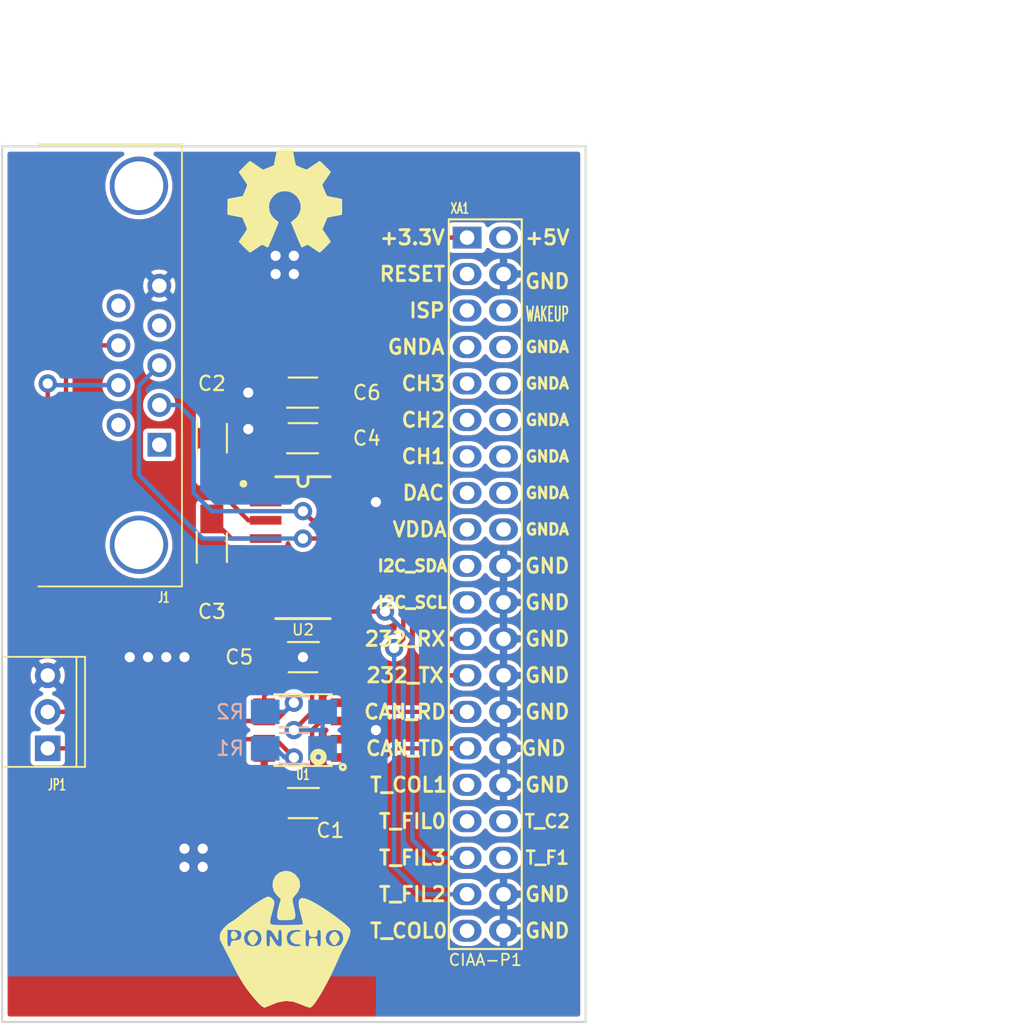
<source format=kicad_pcb>
(kicad_pcb (version 4) (host pcbnew 4.0.0-rc1-stable)
  (layers (0 F.Cu signal hide) (31 B.Cu signal hide) (34 B.Paste user) (35 F.Paste user) (36 B.SilkS user) (37 F.SilkS user) (38 B.Mask user) (39 F.Mask user) (44 Edge.Cuts user))
  (net 0 "")
  (net 1 GND)
  (net 2 "Net-(C1-Pad2)")
  (net 3 "Net-(C2-Pad1)")
  (net 4 "Net-(C2-Pad2)")
  (net 5 "Net-(C3-Pad1)")
  (net 6 "Net-(C3-Pad2)")
  (net 7 +3.3V)
  (net 8 "Net-(C5-Pad1)")
  (net 9 "Net-(C6-Pad1)")
  (net 10 "Net-(J1-Pad2)")
  (net 11 "Net-(J1-Pad3)")
  (net 12 "Net-(J1-Pad7)")
  (net 13 "Net-(J1-Pad8)")
  (net 14 "/Conector y CAN/CAN_P")
  (net 15 "/Conector y CAN/CAN_N")
  (net 16 "Net-(R1-Pad2)")
  (net 17 "/Conector y CAN/CAN_RX")
  (net 18 "/Conector y CAN/CAN_TX")
  (net 19 "/Conector y CAN/RTS")
  (net 20 "/Conector y CAN/CTS")
  (net 21 "/Conector y CAN/RXD")
  (net 22 "/Conector y CAN/TXD")
  (module ej2:C_1206_Handsoldering (layer F.Cu) (at 104.14 73.025 180)
    (fp_text reference C6 (at -4.445 0 180) (layer F.SilkS))
    (fp_text value 100nF)
    (fp_line (start 1 -1.05) (end 1.1 -1.05) (layer F.SilkS) (width 0.15))
    (fp_line (start 1.1 -1.05) (end -1.05 -1.05) (layer F.SilkS) (width 0.15))
    (fp_line (start -1 1.05) (end 1 1.05) (layer F.SilkS) (width 0.15))
    (pad 1 smd rect (at -2 0 180) (size 2 1.6) (layers F.Cu F.Paste F.Mask) (net 9 "Net-(C6-Pad1)"))
    (pad 2 smd rect (at 2 0 180) (size 2 1.6) (layers F.Cu F.Paste F.Mask) (net 1 GND))
  )
  (module ej2:C_1206_Handsoldering (layer F.Cu) (at 104.14 91.44)
    (fp_text reference C5 (at -4.445 0) (layer F.SilkS))
    (fp_text value 100nF)
    (fp_line (start 1 -1.05) (end 1.1 -1.05) (layer F.SilkS) (width 0.15))
    (fp_line (start 1.1 -1.05) (end -1.05 -1.05) (layer F.SilkS) (width 0.15))
    (fp_line (start -1 1.05) (end 1 1.05) (layer F.SilkS) (width 0.15))
    (pad 1 smd rect (at -2 0) (size 2 1.6) (layers F.Cu F.Paste F.Mask) (net 8 "Net-(C5-Pad1)"))
    (pad 2 smd rect (at 2 0) (size 2 1.6) (layers F.Cu F.Paste F.Mask) (net 1 GND))
  )
  (module ej2:C_1206_Handsoldering (layer F.Cu) (at 97.79 83.82 90)
    (fp_text reference C3 (at -4.445 0 360) (layer F.SilkS))
    (fp_text value 100nF)
    (fp_line (start 1 -1.05) (end 1.1 -1.05) (layer F.SilkS) (width 0.15))
    (fp_line (start 1.1 -1.05) (end -1.05 -1.05) (layer F.SilkS) (width 0.15))
    (fp_line (start -1 1.05) (end 1 1.05) (layer F.SilkS) (width 0.15))
    (pad 1 smd rect (at -2 0 90) (size 2 1.6) (layers F.Cu F.Paste F.Mask) (net 5 "Net-(C3-Pad1)"))
    (pad 2 smd rect (at 2 0 90) (size 2 1.6) (layers F.Cu F.Paste F.Mask) (net 6 "Net-(C3-Pad2)"))
  )
  (module ej2:C_1206_Handsoldering (layer F.Cu) (at 97.79 76.2 90)
    (fp_text reference C2 (at 3.81 0 360) (layer F.SilkS))
    (fp_text value 100nF)
    (fp_line (start 1 -1.05) (end 1.1 -1.05) (layer F.SilkS) (width 0.15))
    (fp_line (start 1.1 -1.05) (end -1.05 -1.05) (layer F.SilkS) (width 0.15))
    (fp_line (start -1 1.05) (end 1 1.05) (layer F.SilkS) (width 0.15))
    (pad 1 smd rect (at -2 0 90) (size 2 1.6) (layers F.Cu F.Paste F.Mask) (net 3 "Net-(C2-Pad1)"))
    (pad 2 smd rect (at 2 0 90) (size 2 1.6) (layers F.Cu F.Paste F.Mask) (net 4 "Net-(C2-Pad2)"))
  )
  (module ej2:C_1206_Handsoldering (layer F.Cu) (at 104.14 101.6)
    (fp_text reference C1 (at 1.905 1.905) (layer F.SilkS))
    (fp_text value 100nF)
    (fp_line (start 1 -1.05) (end 1.1 -1.05) (layer F.SilkS) (width 0.15))
    (fp_line (start 1.1 -1.05) (end -1.05 -1.05) (layer F.SilkS) (width 0.15))
    (fp_line (start -1 1.05) (end 1 1.05) (layer F.SilkS) (width 0.15))
    (pad 1 smd rect (at -2 0) (size 2 1.6) (layers F.Cu F.Paste F.Mask) (net 1 GND))
    (pad 2 smd rect (at 2 0) (size 2 1.6) (layers F.Cu F.Paste F.Mask) (net 2 "Net-(C1-Pad2)"))
  )
  (module ej2:Conn_Poncho_Derecha (layer F.Cu) (at 115.57 62.23)
    (fp_text reference XA1 (at -0.508 -2.032) (layer F.SilkS) (effects (font (size 0.7112 0.4572) (thickness 0.1143))))
    (fp_text value Conn_Poncho2P_2x_20x2 hide)
    (fp_text user GND (at 5.588 48.26) (layer F.SilkS) (effects (font (thickness 0.2))))
    (fp_text user GND (at 5.588 45.72) (layer F.SilkS) (effects (font (thickness 0.2))))
    (fp_text user T_F1 (at 5.588 43.18) (layer F.SilkS) (effects (font (size 0.9 0.9) (thickness 0.18))))
    (fp_text user T_C2 (at 5.588 40.64) (layer F.SilkS) (effects (font (size 0.9 0.9) (thickness 0.18))))
    (fp_text user GND (at 5.588 38.1) (layer F.SilkS) (effects (font (thickness 0.2))))
    (fp_text user GND (at 5.334 35.56) (layer F.SilkS) (effects (font (thickness 0.2))))
    (fp_text user GND (at 5.588 33.02) (layer F.SilkS) (effects (font (thickness 0.2))))
    (fp_text user GND (at 5.588 30.48) (layer F.SilkS) (effects (font (thickness 0.2))))
    (fp_text user GND (at 5.588 27.94) (layer F.SilkS) (effects (font (thickness 0.2))))
    (fp_text user GND (at 5.588 25.4) (layer F.SilkS) (effects (font (thickness 0.2))))
    (fp_text user GND (at 5.588 22.86) (layer F.SilkS) (effects (font (thickness 0.2))))
    (fp_text user GNDA (at 5.588 20.32) (layer F.SilkS) (effects (font (size 0.76 0.76) (thickness 0.19))))
    (fp_text user GNDA (at 5.588 17.78) (layer F.SilkS) (effects (font (size 0.76 0.76) (thickness 0.19))))
    (fp_text user GNDA (at 5.588 15.24) (layer F.SilkS) (effects (font (size 0.76 0.76) (thickness 0.19))))
    (fp_text user GNDA (at 5.588 12.7) (layer F.SilkS) (effects (font (size 0.76 0.76) (thickness 0.19))))
    (fp_text user GNDA (at 5.588 10.16) (layer F.SilkS) (effects (font (size 0.76 0.76) (thickness 0.19))))
    (fp_text user GNDA (at 5.588 7.62) (layer F.SilkS) (effects (font (size 0.76 0.76) (thickness 0.19))))
    (fp_text user WAKEUP (at 5.588 5.334) (layer F.SilkS) (effects (font (size 1 0.5) (thickness 0.125))))
    (fp_text user GND (at 5.588 3.048) (layer F.SilkS) (effects (font (thickness 0.2))))
    (fp_text user +5V (at 5.588 0) (layer F.SilkS) (effects (font (thickness 0.2))))
    (fp_text user T_COL0 (at -4.064 48.26) (layer F.SilkS) (effects (font (thickness 0.2))))
    (fp_text user T_FIL2 (at -3.81 45.72) (layer F.SilkS) (effects (font (thickness 0.2))))
    (fp_text user T_FIL3 (at -3.81 43.18) (layer F.SilkS) (effects (font (thickness 0.2))))
    (fp_text user T_FIL0 (at -3.81 40.64) (layer F.SilkS) (effects (font (thickness 0.2))))
    (fp_text user T_COL1 (at -4.064 38.1) (layer F.SilkS) (effects (font (thickness 0.2))))
    (fp_text user CAN_TD (at -4.318 35.56) (layer F.SilkS) (effects (font (thickness 0.2))))
    (fp_text user CAN_RD (at -4.318 33.02) (layer F.SilkS) (effects (font (thickness 0.2))))
    (fp_text user 232_TX (at -4.318 30.48) (layer F.SilkS) (effects (font (thickness 0.2))))
    (fp_text user 232_RX (at -4.318 27.94) (layer F.SilkS) (effects (font (thickness 0.2))))
    (fp_text user I2C_SCL (at -3.81 25.4) (layer F.SilkS) (effects (font (size 0.8 0.8) (thickness 0.2))))
    (fp_text user I2C_SDA (at -3.81 22.86) (layer F.SilkS) (effects (font (size 0.8 0.8) (thickness 0.2))))
    (fp_text user VDDA (at -3.302 20.32) (layer F.SilkS) (effects (font (thickness 0.2))))
    (fp_text user DAC (at -3.048 17.78) (layer F.SilkS) (effects (font (thickness 0.2))))
    (fp_text user CH1 (at -3.048 15.24) (layer F.SilkS) (effects (font (thickness 0.2))))
    (fp_text user CH2 (at -3.048 12.7) (layer F.SilkS) (effects (font (thickness 0.2))))
    (fp_text user CH3 (at -3.048 10.16) (layer F.SilkS) (effects (font (thickness 0.2))))
    (fp_text user GNDA (at -3.556 7.62) (layer F.SilkS) (effects (font (thickness 0.2))))
    (fp_text user ISP (at -2.794 5.08) (layer F.SilkS) (effects (font (thickness 0.2))))
    (fp_text user RESET (at -3.81 2.54) (layer F.SilkS) (effects (font (thickness 0.2))))
    (fp_text user CIAA-P1 (at 1.27 50.292) (layer F.SilkS) (effects (font (size 0.8 0.8) (thickness 0.12))))
    (fp_text user +3.3V (at -3.81 0) (layer F.SilkS) (effects (font (thickness 0.2))))
    (fp_line (start -1.27 49.53) (end -1.27 -1.27) (layer F.SilkS) (width 0.15))
    (fp_line (start 3.81 49.53) (end 3.81 -1.27) (layer F.SilkS) (width 0.15))
    (fp_line (start 3.81 49.53) (end -1.27 49.53) (layer F.SilkS) (width 0.15))
    (fp_line (start 3.81 -1.27) (end -1.27 -1.27) (layer F.SilkS) (width 0.15))
    (pad 1 thru_hole rect (at 0 0 270) (size 1.524 2) (drill 1.016) (layers *.Cu *.Mask) (net 7 +3.3V))
    (pad 2 thru_hole oval (at 2.54 0 270) (size 1.524 2) (drill 1.016) (layers *.Cu *.Mask))
    (pad 11 thru_hole oval (at 0 12.7 270) (size 1.524 2) (drill 1.016) (layers *.Cu *.Mask))
    (pad 4 thru_hole oval (at 2.54 2.54 270) (size 1.524 2) (drill 1.016) (layers *.Cu *.Mask) (net 1 GND))
    (pad 13 thru_hole oval (at 0 15.24 270) (size 1.524 2) (drill 1.016) (layers *.Cu *.Mask))
    (pad 6 thru_hole oval (at 2.54 5.08 270) (size 1.524 2) (drill 1.016) (layers *.Cu *.Mask))
    (pad 15 thru_hole oval (at 0 17.78 270) (size 1.524 2) (drill 1.016) (layers *.Cu *.Mask))
    (pad 8 thru_hole oval (at 2.54 7.62 270) (size 1.524 2) (drill 1.016) (layers *.Cu *.Mask))
    (pad 17 thru_hole oval (at 0 20.32 270) (size 1.524 2) (drill 1.016) (layers *.Cu *.Mask))
    (pad 10 thru_hole oval (at 2.54 10.16 270) (size 1.524 2) (drill 1.016) (layers *.Cu *.Mask))
    (pad 19 thru_hole oval (at 0 22.86 270) (size 1.524 2) (drill 1.016) (layers *.Cu *.Mask))
    (pad 12 thru_hole oval (at 2.54 12.7 270) (size 1.524 2) (drill 1.016) (layers *.Cu *.Mask))
    (pad 21 thru_hole oval (at 0 25.4 270) (size 1.524 2) (drill 1.016) (layers *.Cu *.Mask))
    (pad 14 thru_hole oval (at 2.54 15.24 270) (size 1.524 2) (drill 1.016) (layers *.Cu *.Mask))
    (pad 23 thru_hole oval (at 0 27.94 270) (size 1.524 2) (drill 1.016) (layers *.Cu *.Mask) (net 22 "/Conector y CAN/TXD"))
    (pad 16 thru_hole oval (at 2.54 17.78 270) (size 1.524 2) (drill 1.016) (layers *.Cu *.Mask))
    (pad 25 thru_hole oval (at 0 30.48 270) (size 1.524 2) (drill 1.016) (layers *.Cu *.Mask) (net 21 "/Conector y CAN/RXD"))
    (pad 18 thru_hole oval (at 2.54 20.32 270) (size 1.524 2) (drill 1.016) (layers *.Cu *.Mask))
    (pad 27 thru_hole oval (at 0 33.02 270) (size 1.524 2) (drill 1.016) (layers *.Cu *.Mask) (net 17 "/Conector y CAN/CAN_RX"))
    (pad 20 thru_hole oval (at 2.54 22.86 270) (size 1.524 2) (drill 1.016) (layers *.Cu *.Mask) (net 1 GND))
    (pad 29 thru_hole oval (at 0 35.56 270) (size 1.524 2) (drill 1.016) (layers *.Cu *.Mask) (net 18 "/Conector y CAN/CAN_TX"))
    (pad 22 thru_hole oval (at 2.54 25.4 270) (size 1.524 2) (drill 1.016) (layers *.Cu *.Mask) (net 1 GND))
    (pad 31 thru_hole oval (at 0 38.1 270) (size 1.524 2) (drill 1.016) (layers *.Cu *.Mask))
    (pad 24 thru_hole oval (at 2.54 27.94 270) (size 1.524 2) (drill 1.016) (layers *.Cu *.Mask) (net 1 GND))
    (pad 26 thru_hole oval (at 2.54 30.48 270) (size 1.524 2) (drill 1.016) (layers *.Cu *.Mask) (net 1 GND))
    (pad 33 thru_hole oval (at 0 40.64 270) (size 1.524 2) (drill 1.016) (layers *.Cu *.Mask))
    (pad 28 thru_hole oval (at 2.54 33.02 270) (size 1.524 2) (drill 1.016) (layers *.Cu *.Mask) (net 1 GND))
    (pad 32 thru_hole oval (at 2.54 38.1 270) (size 1.524 2) (drill 1.016) (layers *.Cu *.Mask) (net 1 GND))
    (pad 34 thru_hole oval (at 2.54 40.64 270) (size 1.524 2) (drill 1.016) (layers *.Cu *.Mask))
    (pad 36 thru_hole oval (at 2.54 43.18 270) (size 1.524 2) (drill 1.016) (layers *.Cu *.Mask))
    (pad 38 thru_hole oval (at 2.54 45.72 270) (size 1.524 2) (drill 1.016) (layers *.Cu *.Mask) (net 1 GND))
    (pad 35 thru_hole oval (at 0 43.18 270) (size 1.524 2) (drill 1.016) (layers *.Cu *.Mask) (net 19 "/Conector y CAN/RTS"))
    (pad 37 thru_hole oval (at 0 45.72 270) (size 1.524 2) (drill 1.016) (layers *.Cu *.Mask) (net 20 "/Conector y CAN/CTS"))
    (pad 3 thru_hole oval (at 0 2.54 270) (size 1.524 2) (drill 1.016) (layers *.Cu *.Mask))
    (pad 5 thru_hole oval (at 0 5.08 270) (size 1.524 2) (drill 1.016) (layers *.Cu *.Mask))
    (pad 7 thru_hole oval (at 0 7.62 270) (size 1.524 2) (drill 1.016) (layers *.Cu *.Mask))
    (pad 9 thru_hole oval (at 0 10.16 270) (size 1.524 2) (drill 1.016) (layers *.Cu *.Mask))
    (pad 39 thru_hole oval (at 0 48.26 270) (size 1.524 2) (drill 1.016) (layers *.Cu *.Mask))
    (pad 40 thru_hole oval (at 2.54 48.26 270) (size 1.524 2) (drill 1.016) (layers *.Cu *.Mask) (net 1 GND))
    (pad 30 thru_hole oval (at 2.54 35.56 270) (size 1.524 2) (drill 1.016) (layers *.Cu *.Mask) (net 1 GND))
  )
  (module ej2:SOIC-8 (layer F.Cu) (at 104.14 96.52 180)
    (fp_text reference U1 (at 0 -3.1 180) (layer F.SilkS) (effects (font (size 0.7112 0.4572) (thickness 0.1143))))
    (fp_text value AMIS42665TJAA1RG hide)
    (fp_line (start -2 -2.5) (end -2 -2.3) (layer F.SilkS) (width 0.127))
    (fp_line (start -2 2.5) (end -2 2.3) (layer F.SilkS) (width 0.127))
    (fp_line (start 2 2.5) (end 2 2.3) (layer F.SilkS) (width 0.127))
    (fp_line (start 2 -2.5) (end 2 -2.3) (layer F.SilkS) (width 0.127))
    (fp_circle (center -2.7746 -2.5764) (end -2.8 -2.5) (layer F.SilkS) (width 0.2032))
    (fp_line (start 2 -2.5) (end -2 -2.5) (layer F.SilkS) (width 0.127))
    (fp_line (start -2 2.5) (end 2 2.5) (layer F.SilkS) (width 0.127))
    (fp_circle (center -1.0746 -1.8764) (end -1.1 -1.7) (layer F.SilkS) (width 0.4))
    (pad 1 smd rect (at -2.7 -1.905 90) (size 0.6 1.52) (layers F.Cu F.Paste F.Mask) (net 18 "/Conector y CAN/CAN_TX"))
    (pad 2 smd rect (at -2.7 -0.635 90) (size 0.6 1.52) (layers F.Cu F.Paste F.Mask) (net 1 GND))
    (pad 3 smd rect (at -2.7 0.635 90) (size 0.6 1.52) (layers F.Cu F.Paste F.Mask) (net 2 "Net-(C1-Pad2)"))
    (pad 4 smd rect (at -2.7 1.905 90) (size 0.6 1.52) (layers F.Cu F.Paste F.Mask) (net 17 "/Conector y CAN/CAN_RX"))
    (pad 5 smd rect (at 2.7 1.905 90) (size 0.6 1.52) (layers F.Cu F.Paste F.Mask) (net 16 "Net-(R1-Pad2)"))
    (pad 6 smd rect (at 2.7 0.635 90) (size 0.6 1.52) (layers F.Cu F.Paste F.Mask) (net 15 "/Conector y CAN/CAN_N"))
    (pad 7 smd rect (at 2.7 -0.635 90) (size 0.6 1.52) (layers F.Cu F.Paste F.Mask) (net 14 "/Conector y CAN/CAN_P"))
    (pad 8 smd rect (at 2.7 -1.905 90) (size 0.6 1.52) (layers F.Cu F.Paste F.Mask) (net 1 GND))
  )
  (module ej2:R_1206_HandSoldering (layer B.Cu) (at 103.505 95.25 180)
    (fp_text reference R2 (at 4.445 0 180) (layer B.SilkS) (effects (justify mirror)))
    (fp_text value 60)
    (fp_line (start 1 -1.075) (end -1 -1.075) (layer B.SilkS) (width 0.15))
    (fp_line (start -1 1.075) (end 1 1.075) (layer B.SilkS) (width 0.15))
    (pad 1 smd rect (at -2 0 180) (size 2 1.7) (layers B.Cu B.Paste B.Mask) (net 16 "Net-(R1-Pad2)"))
    (pad 2 smd rect (at 2 0 180) (size 2 1.7) (layers B.Cu B.Paste B.Mask) (net 15 "/Conector y CAN/CAN_N"))
  )
  (module ej2:R_1206_HandSoldering (layer B.Cu) (at 103.505 97.79)
    (fp_text reference R1 (at -4.445 0) (layer B.SilkS) (effects (justify mirror)))
    (fp_text value 60)
    (fp_line (start 1 -1.075) (end -1 -1.075) (layer B.SilkS) (width 0.15))
    (fp_line (start -1 1.075) (end 1 1.075) (layer B.SilkS) (width 0.15))
    (pad 1 smd rect (at -2 0) (size 2 1.7) (layers B.Cu B.Paste B.Mask) (net 14 "/Conector y CAN/CAN_P"))
    (pad 2 smd rect (at 2 0) (size 2 1.7) (layers B.Cu B.Paste B.Mask) (net 16 "Net-(R1-Pad2)"))
  )
  (module ej2:CON_PALETA_3 (layer F.Cu) (at 86.36 95.25 90)
    (fp_text reference JP1 (at -5.08 0.635 360) (layer F.SilkS) (effects (font (size 0.762 0.4572) (thickness 0.127))))
    (fp_text value CONN_3)
    (fp_line (start 3.83 -3.2) (end 3.83 2.6) (layer F.SilkS) (width 0.127))
    (fp_line (start -3.83 -3.2) (end 3.83 -3.2) (layer F.SilkS) (width 0.127))
    (fp_line (start -3.83 2.6) (end -3.83 -3.2) (layer F.SilkS) (width 0.127))
    (fp_line (start 3.83 2.6) (end -3.83 2.6) (layer F.SilkS) (width 0.127))
    (fp_line (start 3.83 2) (end -3.83 2) (layer F.SilkS) (width 0.127))
    (pad 1 thru_hole rect (at -2.54 0 90) (size 1.778 1.778) (drill 1) (layers *.Cu *.Mask) (net 14 "/Conector y CAN/CAN_P"))
    (pad 2 thru_hole circle (at 0 0 90) (size 1.778 1.778) (drill 1) (layers *.Cu *.Mask) (net 15 "/Conector y CAN/CAN_N"))
    (pad 3 thru_hole circle (at 2.54 0 90) (size 1.778 1.778) (drill 1) (layers *.Cu *.Mask) (net 1 GND))
  )
  (module ej2:DB9_F_TH (layer F.Cu) (at 92.71 71.12 90)
    (fp_text reference J1 (at -16.165 1.735 180) (layer F.SilkS) (effects (font (size 0.7112 0.4572) (thickness 0.1143))))
    (fp_text value DB9 hide)
    (fp_line (start 15.4 3) (end 15.4 -7) (layer F.SilkS) (width 0.127))
    (fp_line (start -15.4 3) (end -15.4 -7) (layer F.SilkS) (width 0.127))
    (fp_line (start 15.4 3) (end -15.4 3) (layer F.SilkS) (width 0.127))
    (pad 1 thru_hole rect (at -5.5372 1.4224 90) (size 1.651 1.651) (drill 1.016) (layers *.Cu *.Mask))
    (pad 2 thru_hole circle (at -2.7686 1.4224 90) (size 1.651 1.651) (drill 1.016) (layers *.Cu *.Mask) (net 10 "Net-(J1-Pad2)"))
    (pad 3 thru_hole circle (at 0 1.4224 90) (size 1.651 1.651) (drill 1.016) (layers *.Cu *.Mask) (net 11 "Net-(J1-Pad3)"))
    (pad 4 thru_hole circle (at 2.7686 1.4224 90) (size 1.651 1.651) (drill 1.016) (layers *.Cu *.Mask))
    (pad 5 thru_hole circle (at 5.5372 1.4224 90) (size 1.651 1.651) (drill 1.016) (layers *.Cu *.Mask) (net 1 GND))
    (pad 6 thru_hole circle (at -4.1529 -1.4224 90) (size 1.651 1.651) (drill 1.016) (layers *.Cu *.Mask))
    (pad 7 thru_hole circle (at -1.3843 -1.4224 90) (size 1.651 1.651) (drill 1.016) (layers *.Cu *.Mask) (net 12 "Net-(J1-Pad7)"))
    (pad 8 thru_hole circle (at 1.3843 -1.4224 90) (size 1.651 1.651) (drill 1.016) (layers *.Cu *.Mask) (net 13 "Net-(J1-Pad8)"))
    (pad 9 thru_hole circle (at 4.1529 -1.4224 90) (size 1.651 1.651) (drill 1.016) (layers *.Cu *.Mask))
    (pad 10 thru_hole circle (at -12.4968 0 90) (size 4.064 4.064) (drill 3.4) (layers *.Cu *.Mask))
    (pad 11 thru_hole circle (at 12.4968 0 90) (size 4.064 4.064) (drill 3.4) (layers *.Cu *.Mask))
  )
  (module ej2:SP3232ECN-SOIC16N (layer F.Cu) (at 104.14 83.82 270)
    (fp_text reference U2 (at 5.715 0 360) (layer F.SilkS) (effects (font (size 0.762 0.762) (thickness 0.1143))))
    (fp_text value SP3232DC hide)
    (fp_line (start -4.6 0.35) (end -4.9 0.35) (layer F.SilkS) (width 0.2032))
    (fp_line (start -4.6 -0.35) (end -4.9 -0.35) (layer F.SilkS) (width 0.2032))
    (fp_arc (start -4.6 0) (end -4.6 -0.35) (angle 180) (layer F.SilkS) (width 0.2032))
    (fp_circle (center -4.45 4.15) (end -4.35 4.05) (layer F.SilkS) (width 0.254))
    (fp_line (start -4.93776 1.89992) (end -4.93776 0.35) (layer F.SilkS) (width 0.2032))
    (fp_line (start -4.93776 -0.35) (end -4.93776 -1.89992) (layer F.SilkS) (width 0.2032))
    (fp_line (start 4.93776 -1.89992) (end 4.93776 1.39954) (layer F.SilkS) (width 0.2032))
    (fp_line (start 4.93776 1.39954) (end 4.93776 1.89992) (layer F.SilkS) (width 0.2032))
    (pad 1 smd rect (at -4.445 2.59842 270) (size 0.59944 2.19964) (layers F.Cu F.Paste F.Mask) (net 4 "Net-(C2-Pad2)"))
    (pad 2 smd rect (at -3.175 2.59842 270) (size 0.59944 2.19964) (layers F.Cu F.Paste F.Mask) (net 9 "Net-(C6-Pad1)"))
    (pad 3 smd rect (at -1.905 2.59842 270) (size 0.59944 2.19964) (layers F.Cu F.Paste F.Mask) (net 3 "Net-(C2-Pad1)"))
    (pad 4 smd rect (at -0.635 2.59842 270) (size 0.59944 2.19964) (layers F.Cu F.Paste F.Mask) (net 6 "Net-(C3-Pad2)"))
    (pad 5 smd rect (at 0.635 2.59842 270) (size 0.59944 2.19964) (layers F.Cu F.Paste F.Mask) (net 5 "Net-(C3-Pad1)"))
    (pad 6 smd rect (at 1.905 2.59842 270) (size 0.59944 2.19964) (layers F.Cu F.Paste F.Mask) (net 8 "Net-(C5-Pad1)"))
    (pad 7 smd rect (at 3.175 2.59842 270) (size 0.59944 2.19964) (layers F.Cu F.Paste F.Mask) (net 13 "Net-(J1-Pad8)"))
    (pad 8 smd rect (at 4.445 2.59842 270) (size 0.59944 2.19964) (layers F.Cu F.Paste F.Mask) (net 12 "Net-(J1-Pad7)"))
    (pad 9 smd rect (at 4.445 -2.59842 270) (size 0.59944 2.19964) (layers F.Cu F.Paste F.Mask) (net 19 "/Conector y CAN/RTS"))
    (pad 10 smd rect (at 3.175 -2.59842 270) (size 0.59944 2.19964) (layers F.Cu F.Paste F.Mask) (net 20 "/Conector y CAN/CTS"))
    (pad 11 smd rect (at 1.905 -2.59842 270) (size 0.59944 2.19964) (layers F.Cu F.Paste F.Mask) (net 21 "/Conector y CAN/RXD"))
    (pad 12 smd rect (at 0.635 -2.59842 270) (size 0.59944 2.19964) (layers F.Cu F.Paste F.Mask) (net 22 "/Conector y CAN/TXD"))
    (pad 13 smd rect (at -0.635 -2.59842 270) (size 0.59944 2.19964) (layers F.Cu F.Paste F.Mask) (net 11 "Net-(J1-Pad3)"))
    (pad 14 smd rect (at -1.905 -2.59842 270) (size 0.59944 2.19964) (layers F.Cu F.Paste F.Mask) (net 10 "Net-(J1-Pad2)"))
    (pad 15 smd rect (at -3.175 -2.59842 270) (size 0.59944 2.19964) (layers F.Cu F.Paste F.Mask) (net 1 GND))
    (pad 16 smd rect (at -4.445 -2.59842 270) (size 0.59944 2.19964) (layers F.Cu F.Paste F.Mask) (net 7 +3.3V))
  )
  (module ej2:C_1206_Handsoldering (layer F.Cu) (at 104.14 76.2 180)
    (fp_text reference C4 (at -4.445 0 180) (layer F.SilkS))
    (fp_text value 100nF)
    (fp_line (start 1 -1.05) (end 1.1 -1.05) (layer F.SilkS) (width 0.15))
    (fp_line (start 1.1 -1.05) (end -1.05 -1.05) (layer F.SilkS) (width 0.15))
    (fp_line (start -1 1.05) (end 1 1.05) (layer F.SilkS) (width 0.15))
    (pad 1 smd rect (at -2 0 180) (size 2 1.6) (layers F.Cu F.Paste F.Mask) (net 7 +3.3V))
    (pad 2 smd rect (at 2 0 180) (size 2 1.6) (layers F.Cu F.Paste F.Mask) (net 1 GND))
  )
  (module ej2:Logo_Poncho (layer F.Cu) (at 102.87 111.125)
    (fp_text reference G*** hide)
    (fp_text value LOGO hide)
    (fp_poly (pts (xy 4.535714 -0.627021) (xy 4.498746 -0.420109) (xy 4.405012 -0.1352) (xy 4.280272 0.162897) (xy 4.150281 0.409374) (xy 4.123376 0.447413) (xy 4.123376 -0.123701) (xy 4.058326 -0.436938) (xy 3.869112 -0.644378) (xy 3.564639 -0.737671) (xy 3.463636 -0.742208) (xy 3.129516 -0.681223) (xy 2.908248 -0.503835) (xy 2.808734 -0.218392) (xy 2.803896 -0.123701) (xy 2.868946 0.189536) (xy 3.058159 0.396975) (xy 3.362633 0.490269) (xy 3.463636 0.494805) (xy 3.797606 0.436492) (xy 3.958441 0.32987) (xy 4.092315 0.09203) (xy 4.123376 -0.123701) (xy 4.123376 0.447413) (xy 4.089856 0.494805) (xy 4.013749 0.621925) (xy 3.89522 0.861365) (xy 3.753792 1.172585) (xy 3.672876 1.360714) (xy 3.421635 1.929272) (xy 3.149718 2.496808) (xy 2.869494 3.041693) (xy 2.593334 3.542296) (xy 2.556493 3.603955) (xy 2.556493 -0.123701) (xy 2.552598 -0.439936) (xy 2.534834 -0.625484) (xy 2.494089 -0.714524) (xy 2.421247 -0.741238) (xy 2.391558 -0.742208) (xy 2.270831 -0.703329) (xy 2.228325 -0.558669) (xy 2.226623 -0.494805) (xy 2.206189 -0.31957) (xy 2.109798 -0.254982) (xy 1.97922 -0.247402) (xy 1.803985 -0.267837) (xy 1.739397 -0.364227) (xy 1.731818 -0.494805) (xy 1.705898 -0.675896) (xy 1.609459 -0.739655) (xy 1.566883 -0.742208) (xy 1.482553 -0.727599) (xy 1.433074 -0.660988) (xy 1.40933 -0.508193) (xy 1.402206 -0.235036) (xy 1.401948 -0.123701) (xy 1.405843 0.192533) (xy 1.423606 0.378081) (xy 1.464351 0.467122) (xy 1.537193 0.493835) (xy 1.566883 0.494805) (xy 1.680559 0.462518) (xy 1.726426 0.336472) (xy 1.731818 0.206169) (xy 1.745609 0.012245) (xy 1.815564 -0.067294) (xy 1.97922 -0.082467) (xy 2.145441 -0.066377) (xy 2.213617 0.015237) (xy 2.226623 0.206169) (xy 2.245073 0.405103) (xy 2.317099 0.48537) (xy 2.391558 0.494805) (xy 2.475887 0.480197) (xy 2.525367 0.413586) (xy 2.549111 0.260791) (xy 2.556234 -0.012366) (xy 2.556493 -0.123701) (xy 2.556493 3.603955) (xy 2.33361 3.976986) (xy 2.102692 4.324132) (xy 1.912952 4.562103) (xy 1.781691 4.667512) (xy 1.660102 4.654002) (xy 1.438445 4.580892) (xy 1.163465 4.463746) (xy 1.154545 4.459546) (xy 1.154545 0.36149) (xy 1.110706 0.268405) (xy 0.956623 0.266159) (xy 0.938776 0.269422) (xy 0.717011 0.243945) (xy 0.523128 0.11531) (xy 0.417755 -0.07121) (xy 0.412337 -0.123701) (xy 0.484303 -0.318602) (xy 0.658393 -0.472009) (xy 0.871896 -0.536691) (xy 0.949632 -0.528355) (xy 1.105982 -0.515384) (xy 1.154279 -0.597467) (xy 1.154545 -0.609566) (xy 1.114247 -0.69528) (xy 0.970303 -0.735064) (xy 0.783441 -0.742208) (xy 0.429195 -0.687347) (xy 0.198088 -0.523118) (xy 0.090717 -0.250044) (xy 0.082467 -0.123701) (xy 0.144642 0.188869) (xy 0.330769 0.392787) (xy 0.640252 0.487526) (xy 0.783441 0.494805) (xy 1.022962 0.480515) (xy 1.134243 0.429291) (xy 1.154545 0.36149) (xy 1.154545 4.459546) (xy 1.148315 4.456614) (xy 0.592041 4.256938) (xy 0.061238 4.207886) (xy -0.164935 4.249843) (xy -0.164935 -0.123701) (xy -0.168831 -0.439936) (xy -0.186594 -0.625484) (xy -0.227339 -0.714524) (xy -0.300181 -0.741238) (xy -0.329871 -0.742208) (xy -0.435349 -0.716231) (xy -0.483875 -0.609894) (xy -0.495586 -0.391721) (xy -0.496366 -0.041234) (xy -0.706429 -0.391721) (xy -0.874005 -0.625569) (xy -1.029731 -0.729733) (xy -1.117986 -0.742208) (xy -1.220495 -0.733937) (xy -1.280586 -0.685976) (xy -1.309571 -0.563603) (xy -1.318762 -0.332094) (xy -1.319481 -0.123701) (xy -1.315585 0.192533) (xy -1.297822 0.378081) (xy -1.257077 0.467122) (xy -1.184235 0.493835) (xy -1.154546 0.494805) (xy -1.049068 0.468829) (xy -1.000541 0.362492) (xy -0.988831 0.144318) (xy -0.98805 -0.206169) (xy -0.777988 0.144318) (xy -0.610412 0.378167) (xy -0.454685 0.48233) (xy -0.36643 0.494805) (xy -0.263922 0.486535) (xy -0.203831 0.438574) (xy -0.174846 0.3162) (xy -0.165655 0.084692) (xy -0.164935 -0.123701) (xy -0.164935 4.249843) (xy -0.48241 4.308738) (xy -0.783442 4.420415) (xy -1.059466 4.535832) (xy -1.285963 4.626797) (xy -1.401948 4.669513) (xy -1.518876 4.625399) (xy -1.566884 4.584033) (xy -1.566884 -0.123701) (xy -1.631934 -0.436938) (xy -1.821147 -0.644378) (xy -2.12562 -0.737671) (xy -2.226624 -0.742208) (xy -2.560743 -0.681223) (xy -2.782012 -0.503835) (xy -2.881525 -0.218392) (xy -2.886364 -0.123701) (xy -2.821314 0.189536) (xy -2.6321 0.396975) (xy -2.327627 0.490269) (xy -2.226624 0.494805) (xy -1.892653 0.436492) (xy -1.731819 0.32987) (xy -1.597945 0.09203) (xy -1.566884 -0.123701) (xy -1.566884 4.584033) (xy -1.717176 4.454536) (xy -1.98582 4.166799) (xy -2.061689 4.078924) (xy -2.369861 3.70727) (xy -2.632201 3.363429) (xy -2.870341 3.013116) (xy -2.968832 2.849614) (xy -2.968832 -0.32987) (xy -3.007485 -0.54598) (xy -3.140146 -0.67528) (xy -3.391869 -0.734039) (xy -3.603832 -0.742208) (xy -4.04091 -0.742208) (xy -4.04091 -0.123701) (xy -4.037014 0.192533) (xy -4.019251 0.378081) (xy -3.978506 0.467122) (xy -3.905664 0.493835) (xy -3.875974 0.494805) (xy -3.746639 0.446485) (xy -3.711039 0.288637) (xy -3.687673 0.146227) (xy -3.584731 0.090232) (xy -3.438897 0.082468) (xy -3.16065 0.034793) (xy -3.008068 -0.114765) (xy -2.968832 -0.32987) (xy -2.968832 2.849614) (xy -3.105916 2.622046) (xy -3.360558 2.155935) (xy -3.6559 1.580499) (xy -3.724805 1.443182) (xy -3.927446 1.040996) (xy -4.107468 0.68891) (xy -4.250627 0.414385) (xy -4.342678 0.24488) (xy -4.366512 0.206169) (xy -4.479713 -0.061738) (xy -4.470402 -0.368299) (xy -4.39208 -0.562072) (xy -4.211754 -0.794239) (xy -3.970771 -1.027175) (xy -3.729883 -1.205582) (xy -3.628572 -1.257014) (xy -3.515586 -1.328258) (xy -3.31072 -1.481511) (xy -3.047204 -1.691308) (xy -2.861153 -1.845142) (xy -2.478394 -2.151727) (xy -2.09396 -2.434151) (xy -1.735885 -2.674156) (xy -1.432202 -2.853482) (xy -1.210945 -2.953871) (xy -1.135923 -2.968831) (xy -0.992755 -2.911987) (xy -0.868796 -2.807085) (xy -0.798823 -2.718089) (xy -0.768465 -2.621372) (xy -0.779148 -2.476306) (xy -0.832302 -2.242261) (xy -0.897248 -1.997411) (xy -1.002077 -1.614541) (xy -1.0637 -1.342913) (xy -1.062894 -1.163551) (xy -0.980436 -1.05748) (xy -0.797105 -1.005726) (xy -0.493678 -0.989314) (xy -0.050932 -0.989267) (xy 0.123701 -0.98961) (xy 0.616616 -0.993152) (xy 0.963601 -1.004879) (xy 1.183529 -1.026446) (xy 1.295275 -1.059505) (xy 1.31948 -1.094352) (xy 1.298521 -1.22034) (xy 1.243133 -1.457326) (xy 1.164548 -1.757819) (xy 1.150407 -1.809213) (xy 1.043088 -2.255847) (xy 1.008894 -2.569631) (xy 1.048676 -2.765972) (xy 1.163285 -2.860279) (xy 1.208992 -2.870512) (xy 1.420553 -2.83991) (xy 1.739874 -2.711189) (xy 2.149801 -2.493929) (xy 2.633175 -2.197713) (xy 3.172841 -1.832122) (xy 3.525487 -1.576813) (xy 3.929546 -1.272303) (xy 4.214754 -1.04349) (xy 4.398878 -0.873667) (xy 4.499689 -0.746128) (xy 4.534955 -0.644167) (xy 4.535714 -0.627021) (xy 4.535714 -0.627021)) (layer F.SilkS) (width 0.1))
    (fp_poly (pts (xy 1.023542 -3.736319) (xy 0.895402 -3.389445) (xy 0.679417 -3.11223) (xy 0.563302 -2.982356) (xy 0.508034 -2.869698) (xy 0.506066 -2.720981) (xy 0.549854 -2.48293) (xy 0.574294 -2.370022) (xy 0.658312 -1.973188) (xy 0.69611 -1.709422) (xy 0.675383 -1.550382) (xy 0.583822 -1.467723) (xy 0.409122 -1.433104) (xy 0.16144 -1.419187) (xy -0.12355 -1.415195) (xy -0.339882 -1.428263) (xy -0.43645 -1.453549) (xy -0.490308 -1.618268) (xy -0.466441 -1.923684) (xy -0.365224 -2.365222) (xy -0.360015 -2.384058) (xy -0.225225 -2.868872) (xy -0.488808 -3.104404) (xy -0.714353 -3.402585) (xy -0.808424 -3.746824) (xy -0.77552 -4.096523) (xy -0.620138 -4.411085) (xy -0.346777 -4.649915) (xy -0.31571 -4.666738) (xy 0.033719 -4.763905) (xy 0.380075 -4.71573) (xy 0.68714 -4.538441) (xy 0.918691 -4.248265) (xy 0.989692 -4.081895) (xy 1.023542 -3.736319) (xy 1.023542 -3.736319)) (layer F.SilkS) (width 0.1))
    (fp_poly (pts (xy -3.320079 -0.321578) (xy -3.381169 -0.206169) (xy -3.537606 -0.087441) (xy -3.656944 -0.12265) (xy -3.710414 -0.301007) (xy -3.711039 -0.32987) (xy -3.666881 -0.523821) (xy -3.553583 -0.57585) (xy -3.399915 -0.47517) (xy -3.381169 -0.453571) (xy -3.320079 -0.321578) (xy -3.320079 -0.321578)) (layer F.SilkS) (width 0.1))
    (fp_poly (pts (xy -1.911824 -0.1467) (xy -1.935194 -0.006732) (xy -2.006645 0.114199) (xy -2.128505 0.265484) (xy -2.225472 0.329848) (xy -2.226624 0.32987) (xy -2.322643 0.267542) (xy -2.444552 0.117317) (xy -2.446603 0.114199) (xy -2.537406 -0.05684) (xy -2.52656 -0.197017) (xy -2.465958 -0.318756) (xy -2.343482 -0.473895) (xy -2.226624 -0.536039) (xy -2.106037 -0.47051) (xy -1.987289 -0.318756) (xy -1.911824 -0.1467) (xy -1.911824 -0.1467)) (layer F.SilkS) (width 0.1))
    (fp_poly (pts (xy 3.778435 -0.1467) (xy 3.755065 -0.006732) (xy 3.683615 0.114199) (xy 3.561755 0.265484) (xy 3.464788 0.329848) (xy 3.463636 0.32987) (xy 3.367616 0.267542) (xy 3.245708 0.117317) (xy 3.243657 0.114199) (xy 3.152854 -0.05684) (xy 3.163699 -0.197017) (xy 3.224301 -0.318756) (xy 3.346778 -0.473895) (xy 3.463636 -0.536039) (xy 3.584223 -0.47051) (xy 3.702971 -0.318756) (xy 3.778435 -0.1467) (xy 3.778435 -0.1467)) (layer F.SilkS) (width 0.1))
  )
  (module ej2:Logo_OSHWA (layer F.Cu) (at 102.87 59.69)
    (fp_text reference G101 hide)
    (fp_text value Logo_OSHWA hide)
    (fp_poly (pts (xy -2.42316 3.59156) (xy -2.38252 3.57124) (xy -2.28854 3.51282) (xy -2.15392 3.42392) (xy -1.99644 3.31978) (xy -1.83896 3.21056) (xy -1.70942 3.1242) (xy -1.61798 3.06578) (xy -1.57988 3.04546) (xy -1.55956 3.05054) (xy -1.48336 3.08864) (xy -1.37414 3.14452) (xy -1.31064 3.17754) (xy -1.21158 3.22072) (xy -1.16078 3.23088) (xy -1.15316 3.21564) (xy -1.11506 3.13944) (xy -1.05918 3.00736) (xy -0.98298 2.83464) (xy -0.89662 2.63144) (xy -0.80264 2.413) (xy -0.7112 2.18948) (xy -0.6223 1.97612) (xy -0.54356 1.78562) (xy -0.48006 1.63068) (xy -0.43942 1.52146) (xy -0.42418 1.47574) (xy -0.42926 1.46558) (xy -0.48006 1.41732) (xy -0.56642 1.35128) (xy -0.75692 1.19634) (xy -0.94234 0.96266) (xy -1.05664 0.6985) (xy -1.09474 0.40386) (xy -1.06172 0.13208) (xy -0.95504 -0.12954) (xy -0.77216 -0.36576) (xy -0.55118 -0.54102) (xy -0.2921 -0.65278) (xy 0 -0.68834) (xy 0.2794 -0.65786) (xy 0.5461 -0.55118) (xy 0.78232 -0.37084) (xy 0.88138 -0.25654) (xy 1.01854 -0.01778) (xy 1.09728 0.23876) (xy 1.1049 0.30226) (xy 1.09474 0.5842) (xy 1.01092 0.85344) (xy 0.8636 1.09474) (xy 0.65786 1.29032) (xy 0.62992 1.31064) (xy 0.53594 1.38176) (xy 0.47244 1.43002) (xy 0.42164 1.47066) (xy 0.77978 2.33172) (xy 0.83566 2.46888) (xy 0.93472 2.7051) (xy 1.02108 2.9083) (xy 1.08966 3.06832) (xy 1.13792 3.17754) (xy 1.15824 3.22072) (xy 1.16078 3.22326) (xy 1.19126 3.22834) (xy 1.2573 3.20294) (xy 1.37668 3.14452) (xy 1.45796 3.10388) (xy 1.5494 3.0607) (xy 1.59004 3.04546) (xy 1.6256 3.06324) (xy 1.71196 3.12166) (xy 1.8415 3.20548) (xy 1.9939 3.30962) (xy 2.14122 3.41122) (xy 2.27584 3.50012) (xy 2.3749 3.56108) (xy 2.42316 3.58902) (xy 2.43078 3.58902) (xy 2.47142 3.56362) (xy 2.55016 3.50012) (xy 2.667 3.38836) (xy 2.8321 3.2258) (xy 2.8575 3.2004) (xy 2.99466 3.0607) (xy 3.10642 2.94386) (xy 3.18008 2.86258) (xy 3.20548 2.82448) (xy 3.20548 2.82448) (xy 3.18262 2.77622) (xy 3.11912 2.6797) (xy 3.03022 2.54254) (xy 2.921 2.38252) (xy 2.63652 1.9685) (xy 2.794 1.57734) (xy 2.84226 1.45796) (xy 2.90322 1.31318) (xy 2.9464 1.20904) (xy 2.9718 1.16332) (xy 3.01244 1.14808) (xy 3.12166 1.12268) (xy 3.2766 1.08966) (xy 3.45948 1.05664) (xy 3.63728 1.02362) (xy 3.7973 0.99314) (xy 3.9116 0.97028) (xy 3.9624 0.96012) (xy 3.9751 0.9525) (xy 3.98526 0.9271) (xy 3.99288 0.87376) (xy 3.99542 0.77724) (xy 3.99796 0.62484) (xy 3.99796 0.40386) (xy 3.99796 0.381) (xy 3.99542 0.17018) (xy 3.99288 0.00254) (xy 3.9878 -0.10668) (xy 3.98018 -0.14986) (xy 3.98018 -0.14986) (xy 3.92938 -0.16256) (xy 3.81762 -0.18542) (xy 3.6576 -0.21844) (xy 3.4671 -0.254) (xy 3.45694 -0.25654) (xy 3.26644 -0.2921) (xy 3.10896 -0.32512) (xy 2.9972 -0.35052) (xy 2.95148 -0.36576) (xy 2.94132 -0.37846) (xy 2.90322 -0.45212) (xy 2.84734 -0.56896) (xy 2.78638 -0.71374) (xy 2.72288 -0.86106) (xy 2.66954 -0.99568) (xy 2.63398 -1.09474) (xy 2.62382 -1.14046) (xy 2.62382 -1.14046) (xy 2.65176 -1.18618) (xy 2.7178 -1.28524) (xy 2.80924 -1.41986) (xy 2.921 -1.58242) (xy 2.92862 -1.59512) (xy 3.03784 -1.75514) (xy 3.12674 -1.88976) (xy 3.18516 -1.98628) (xy 3.20548 -2.02946) (xy 3.20548 -2.032) (xy 3.16992 -2.08026) (xy 3.08864 -2.16916) (xy 2.9718 -2.29108) (xy 2.8321 -2.43332) (xy 2.78638 -2.4765) (xy 2.63144 -2.6289) (xy 2.52476 -2.72796) (xy 2.45618 -2.7813) (xy 2.42316 -2.794) (xy 2.42316 -2.79146) (xy 2.3749 -2.76352) (xy 2.2733 -2.69748) (xy 2.13614 -2.6035) (xy 1.97358 -2.49428) (xy 1.96342 -2.48666) (xy 1.8034 -2.37744) (xy 1.67132 -2.28854) (xy 1.5748 -2.22504) (xy 1.53416 -2.19964) (xy 1.52654 -2.19964) (xy 1.46304 -2.21996) (xy 1.34874 -2.25806) (xy 1.20904 -2.31394) (xy 1.06172 -2.37236) (xy 0.9271 -2.42824) (xy 0.8255 -2.4765) (xy 0.77724 -2.5019) (xy 0.77724 -2.50444) (xy 0.75946 -2.56286) (xy 0.73152 -2.68224) (xy 0.6985 -2.84734) (xy 0.6604 -3.04292) (xy 0.65532 -3.0734) (xy 0.61976 -3.2639) (xy 0.58928 -3.42138) (xy 0.56642 -3.5306) (xy 0.55372 -3.57632) (xy 0.52832 -3.5814) (xy 0.43434 -3.58902) (xy 0.2921 -3.59156) (xy 0.11938 -3.5941) (xy -0.06096 -3.59156) (xy -0.23622 -3.58902) (xy -0.38862 -3.58394) (xy -0.4953 -3.57632) (xy -0.54102 -3.56616) (xy -0.54356 -3.56362) (xy -0.5588 -3.5052) (xy -0.5842 -3.38582) (xy -0.61976 -3.22072) (xy -0.65786 -3.0226) (xy -0.66294 -2.98958) (xy -0.6985 -2.79908) (xy -0.73152 -2.64414) (xy -0.75438 -2.53492) (xy -0.76708 -2.49428) (xy -0.78232 -2.48412) (xy -0.86106 -2.4511) (xy -0.98806 -2.39776) (xy -1.14808 -2.33426) (xy -1.51384 -2.1844) (xy -1.96088 -2.49428) (xy -2.00406 -2.52222) (xy -2.16408 -2.63144) (xy -2.2987 -2.72034) (xy -2.39014 -2.77876) (xy -2.42824 -2.80162) (xy -2.43078 -2.79908) (xy -2.4765 -2.76098) (xy -2.5654 -2.67716) (xy -2.68732 -2.55778) (xy -2.82702 -2.41808) (xy -2.93116 -2.31394) (xy -3.05562 -2.18694) (xy -3.13436 -2.10312) (xy -3.17754 -2.04724) (xy -3.19278 -2.01422) (xy -3.1877 -1.9939) (xy -3.15976 -1.94818) (xy -3.09372 -1.84912) (xy -3.00228 -1.71196) (xy -2.89306 -1.55448) (xy -2.80162 -1.41986) (xy -2.7051 -1.27) (xy -2.6416 -1.16332) (xy -2.61874 -1.10998) (xy -2.62382 -1.08712) (xy -2.65684 -1.00076) (xy -2.71018 -0.86614) (xy -2.77622 -0.70866) (xy -2.9337 -0.35306) (xy -3.16738 -0.30988) (xy -3.30708 -0.28194) (xy -3.5052 -0.24384) (xy -3.69316 -0.20828) (xy -3.9878 -0.14986) (xy -3.99796 0.93218) (xy -3.95224 0.9525) (xy -3.90906 0.9652) (xy -3.79984 0.98806) (xy -3.6449 1.01854) (xy -3.45948 1.0541) (xy -3.30454 1.08458) (xy -3.14452 1.11252) (xy -3.03276 1.13538) (xy -2.98196 1.14554) (xy -2.96926 1.16332) (xy -2.92862 1.23952) (xy -2.87274 1.36144) (xy -2.81178 1.50876) (xy -2.74828 1.65862) (xy -2.6924 1.79832) (xy -2.65176 1.905) (xy -2.63906 1.96088) (xy -2.65938 2.00406) (xy -2.72034 2.0955) (xy -2.8067 2.22758) (xy -2.91338 2.38506) (xy -3.0226 2.54254) (xy -3.1115 2.67716) (xy -3.175 2.77368) (xy -3.2004 2.81686) (xy -3.1877 2.84734) (xy -3.12674 2.92354) (xy -3.00736 3.04546) (xy -2.8321 3.22072) (xy -2.80162 3.24866) (xy -2.66192 3.38328) (xy -2.54254 3.4925) (xy -2.46126 3.56616) (xy -2.42316 3.59156)) (layer F.SilkS) (width 0.00254))
  )
  (gr_line (start 123.825 55.88) (end 123.825 116.84) (angle 90) (layer Edge.Cuts) (width 0.15))
  (gr_line (start 83.185 55.88) (end 123.825 55.88) (angle 90) (layer Edge.Cuts) (width 0.15))
  (gr_line (start 83.185 116.84) (end 83.185 55.88) (angle 90) (layer Edge.Cuts) (width 0.15))
  (gr_line (start 123.825 116.84) (end 83.185 116.84) (angle 90) (layer Edge.Cuts) (width 0.15))
  (segment (start 106.73842 80.645) (end 109.22 80.645) (width 0.3048) (layer F.Cu) (net 1))
  (via (at 109.22 80.645) (size 1.27) (drill 0.7112) (layers F.Cu B.Cu) (net 1))
  (segment (start 100.33 73.025) (end 100.33 66.675) (width 0.3048) (layer F.Cu) (net 1))
  (via (at 100.33 73.025) (size 1.27) (drill 0.7112) (layers F.Cu B.Cu) (net 1))
  (segment (start 102.14 73.025) (end 100.33 73.025) (width 0.3048) (layer F.Cu) (net 1))
  (via (at 102.235 63.5) (size 1.27) (drill 0.7112) (layers F.Cu B.Cu) (net 1))
  (segment (start 103.505 63.5) (end 102.235 63.5) (width 0.3048) (layer B.Cu) (net 1))
  (via (at 103.505 63.5) (size 1.27) (drill 0.7112) (layers F.Cu B.Cu) (net 1))
  (segment (start 103.505 64.77) (end 103.505 63.5) (width 0.3048) (layer F.Cu) (net 1))
  (via (at 103.505 64.77) (size 1.27) (drill 0.7112) (layers F.Cu B.Cu) (net 1))
  (segment (start 102.235 64.77) (end 103.505 64.77) (width 0.3048) (layer B.Cu) (net 1))
  (via (at 102.235 64.77) (size 1.27) (drill 0.7112) (layers F.Cu B.Cu) (net 1))
  (segment (start 100.33 66.675) (end 102.235 64.77) (width 0.3048) (layer F.Cu) (net 1))
  (segment (start 102.14 76.2) (end 100.965 76.2) (width 0.3048) (layer F.Cu) (net 1))
  (via (at 100.33 75.565) (size 1.27) (drill 0.7112) (layers F.Cu B.Cu) (net 1))
  (segment (start 100.965 76.2) (end 100.33 75.565) (width 0.3048) (layer F.Cu) (net 1))
  (segment (start 106.84 97.155) (end 108.585 97.155) (width 0.3048) (layer F.Cu) (net 1))
  (via (at 109.22 96.52) (size 1.27) (drill 0.7112) (layers F.Cu B.Cu) (net 1))
  (segment (start 108.585 97.155) (end 109.22 96.52) (width 0.3048) (layer F.Cu) (net 1))
  (segment (start 106.14 91.44) (end 104.14 91.44) (width 0.3048) (layer F.Cu) (net 1))
  (via (at 92.075 91.44) (size 1.27) (drill 0.7112) (layers F.Cu B.Cu) (net 1))
  (segment (start 93.345 91.44) (end 92.075 91.44) (width 0.3048) (layer F.Cu) (net 1))
  (via (at 93.345 91.44) (size 1.27) (drill 0.7112) (layers F.Cu B.Cu) (net 1))
  (segment (start 94.615 91.44) (end 93.345 91.44) (width 0.3048) (layer B.Cu) (net 1))
  (via (at 94.615 91.44) (size 1.27) (drill 0.7112) (layers F.Cu B.Cu) (net 1))
  (segment (start 95.885 91.44) (end 94.615 91.44) (width 0.3048) (layer F.Cu) (net 1))
  (via (at 95.885 91.44) (size 1.27) (drill 0.7112) (layers F.Cu B.Cu) (net 1))
  (segment (start 104.14 91.44) (end 95.885 91.44) (width 0.3048) (layer B.Cu) (net 1))
  (via (at 104.14 91.44) (size 1.27) (drill 0.7112) (layers F.Cu B.Cu) (net 1))
  (segment (start 95.885 106.045) (end 97.155 106.045) (width 0.3048) (layer F.Cu) (net 1))
  (via (at 97.155 106.045) (size 1.27) (drill 0.7112) (layers F.Cu B.Cu) (net 1))
  (via (at 97.155 104.775) (size 1.27) (drill 0.7112) (layers F.Cu B.Cu) (net 1))
  (segment (start 97.155 106.045) (end 97.155 104.775) (width 0.3048) (layer B.Cu) (net 1))
  (via (at 95.885 106.045) (size 1.27) (drill 0.7112) (layers F.Cu B.Cu) (net 1))
  (segment (start 95.885 104.775) (end 97.155 104.775) (width 0.3048) (layer F.Cu) (net 1))
  (segment (start 102.14 103.6) (end 100.965 104.775) (width 0.3048) (layer F.Cu) (net 1))
  (segment (start 100.965 104.775) (end 97.155 104.775) (width 0.3048) (layer F.Cu) (net 1))
  (segment (start 102.14 103.6) (end 102.14 101.6) (width 0.3048) (layer F.Cu) (net 1))
  (via (at 95.885 104.775) (size 1.27) (drill 0.7112) (layers F.Cu B.Cu) (net 1))
  (segment (start 106.84 95.885) (end 105.41 95.885) (width 0.3048) (layer F.Cu) (net 2))
  (segment (start 104.775 100.235) (end 106.14 101.6) (width 0.3048) (layer F.Cu) (net 2))
  (segment (start 104.775 96.52) (end 104.775 100.235) (width 0.3048) (layer F.Cu) (net 2))
  (segment (start 105.41 95.885) (end 104.775 96.52) (width 0.3048) (layer F.Cu) (net 2))
  (segment (start 101.54158 81.915) (end 100.33 81.915) (width 0.3048) (layer F.Cu) (net 3))
  (segment (start 99.06 79.47) (end 97.79 78.2) (width 0.3048) (layer F.Cu) (net 3))
  (segment (start 99.06 80.645) (end 99.06 79.47) (width 0.3048) (layer F.Cu) (net 3))
  (segment (start 100.33 81.915) (end 99.06 80.645) (width 0.3048) (layer F.Cu) (net 3))
  (segment (start 97.79 74.2) (end 97.79 75.565) (width 0.3048) (layer F.Cu) (net 4))
  (segment (start 97.79 75.565) (end 101.54158 79.31658) (width 0.3048) (layer F.Cu) (net 4))
  (segment (start 101.54158 79.31658) (end 101.54158 79.375) (width 0.3048) (layer F.Cu) (net 4))
  (segment (start 101.54158 84.455) (end 99.155 84.455) (width 0.3048) (layer F.Cu) (net 5))
  (segment (start 99.155 84.455) (end 97.79 85.82) (width 0.3048) (layer F.Cu) (net 5))
  (segment (start 101.54158 83.185) (end 99.155 83.185) (width 0.3048) (layer F.Cu) (net 6))
  (segment (start 99.155 83.185) (end 97.79 81.82) (width 0.3048) (layer F.Cu) (net 6))
  (segment (start 106.14 76.2) (end 110.49 76.2) (width 0.3048) (layer F.Cu) (net 7))
  (segment (start 106.73842 79.375) (end 107.95 79.375) (width 0.3048) (layer F.Cu) (net 7))
  (segment (start 112.395 62.23) (end 115.57 62.23) (width 0.3048) (layer F.Cu) (net 7))
  (segment (start 110.49 64.135) (end 112.395 62.23) (width 0.3048) (layer F.Cu) (net 7))
  (segment (start 110.49 76.835) (end 110.49 76.2) (width 0.3048) (layer F.Cu) (net 7))
  (segment (start 110.49 76.2) (end 110.49 64.135) (width 0.3048) (layer F.Cu) (net 7))
  (segment (start 107.95 79.375) (end 110.49 76.835) (width 0.3048) (layer F.Cu) (net 7))
  (segment (start 101.54158 85.725) (end 102.87 85.725) (width 0.3048) (layer F.Cu) (net 8))
  (segment (start 102.235 90.17) (end 102.235 91.345) (width 0.3048) (layer F.Cu) (net 8))
  (segment (start 103.505 88.9) (end 102.235 90.17) (width 0.3048) (layer F.Cu) (net 8))
  (segment (start 103.505 86.36) (end 103.505 88.9) (width 0.3048) (layer F.Cu) (net 8))
  (segment (start 102.87 85.725) (end 103.505 86.36) (width 0.3048) (layer F.Cu) (net 8))
  (segment (start 102.235 91.345) (end 102.14 91.44) (width 0.3048) (layer F.Cu) (net 8))
  (segment (start 101.54158 80.645) (end 102.87 80.645) (width 0.3048) (layer F.Cu) (net 9))
  (segment (start 104.14 75.025) (end 106.14 73.025) (width 0.3048) (layer F.Cu) (net 9))
  (segment (start 104.14 79.375) (end 104.14 75.025) (width 0.3048) (layer F.Cu) (net 9))
  (segment (start 102.87 80.645) (end 104.14 79.375) (width 0.3048) (layer F.Cu) (net 9))
  (segment (start 106.73842 81.915) (end 104.775 81.915) (width 0.3048) (layer F.Cu) (net 10))
  (segment (start 95.4786 73.8886) (end 94.1324 73.8886) (width 0.3048) (layer B.Cu) (net 10))
  (segment (start 96.52 74.93) (end 95.4786 73.8886) (width 0.3048) (layer B.Cu) (net 10))
  (segment (start 96.52 80.01) (end 96.52 74.93) (width 0.3048) (layer B.Cu) (net 10))
  (segment (start 97.79 81.28) (end 96.52 80.01) (width 0.3048) (layer B.Cu) (net 10))
  (segment (start 104.14 81.28) (end 97.79 81.28) (width 0.3048) (layer B.Cu) (net 10))
  (via (at 104.14 81.28) (size 1.27) (drill 0.7112) (layers F.Cu B.Cu) (net 10))
  (segment (start 104.775 81.915) (end 104.14 81.28) (width 0.3048) (layer F.Cu) (net 10))
  (segment (start 106.73842 83.185) (end 104.14 83.185) (width 0.3048) (layer F.Cu) (net 11))
  (segment (start 92.71 72.5424) (end 94.1324 71.12) (width 0.3048) (layer B.Cu) (net 11))
  (segment (start 92.71 78.74) (end 92.71 72.5424) (width 0.3048) (layer B.Cu) (net 11))
  (segment (start 97.155 83.185) (end 92.71 78.74) (width 0.3048) (layer B.Cu) (net 11))
  (segment (start 104.14 83.185) (end 97.155 83.185) (width 0.3048) (layer B.Cu) (net 11))
  (via (at 104.14 83.185) (size 1.27) (drill 0.7112) (layers F.Cu B.Cu) (net 11))
  (segment (start 101.54158 88.265) (end 99.695 88.265) (width 0.3048) (layer F.Cu) (net 12))
  (segment (start 86.4743 72.5043) (end 91.2876 72.5043) (width 0.3048) (layer B.Cu) (net 12))
  (segment (start 86.36 72.39) (end 86.4743 72.5043) (width 0.3048) (layer B.Cu) (net 12))
  (via (at 86.36 72.39) (size 1.27) (drill 0.7112) (layers F.Cu B.Cu) (net 12))
  (segment (start 86.36 87.63) (end 86.36 72.39) (width 0.3048) (layer F.Cu) (net 12))
  (segment (start 88.265 89.535) (end 86.36 87.63) (width 0.3048) (layer F.Cu) (net 12))
  (segment (start 98.425 89.535) (end 88.265 89.535) (width 0.3048) (layer F.Cu) (net 12))
  (segment (start 99.695 88.265) (end 98.425 89.535) (width 0.3048) (layer F.Cu) (net 12))
  (segment (start 101.54158 86.995) (end 99.695 86.995) (width 0.3048) (layer F.Cu) (net 13))
  (segment (start 89.6493 69.7357) (end 91.2876 69.7357) (width 0.3048) (layer F.Cu) (net 13))
  (segment (start 87.63 71.755) (end 89.6493 69.7357) (width 0.3048) (layer F.Cu) (net 13))
  (segment (start 87.63 86.36) (end 87.63 71.755) (width 0.3048) (layer F.Cu) (net 13))
  (segment (start 89.535 88.265) (end 87.63 86.36) (width 0.3048) (layer F.Cu) (net 13))
  (segment (start 98.425 88.265) (end 89.535 88.265) (width 0.3048) (layer F.Cu) (net 13))
  (segment (start 99.695 86.995) (end 98.425 88.265) (width 0.3048) (layer F.Cu) (net 13))
  (segment (start 101.44 97.155) (end 92.075 97.155) (width 0.3048) (layer F.Cu) (net 14))
  (segment (start 91.44 97.79) (end 86.36 97.79) (width 0.3048) (layer F.Cu) (net 14))
  (segment (start 92.075 97.155) (end 91.44 97.79) (width 0.3048) (layer F.Cu) (net 14))
  (segment (start 101.44 97.155) (end 102.235 97.155) (width 0.3048) (layer F.Cu) (net 14))
  (segment (start 102.87 98.425) (end 102.235 97.79) (width 0.3048) (layer B.Cu) (net 14))
  (segment (start 103.505 98.425) (end 102.87 98.425) (width 0.3048) (layer B.Cu) (net 14))
  (via (at 103.505 98.425) (size 1.27) (drill 0.7112) (layers F.Cu B.Cu) (net 14))
  (segment (start 102.235 97.155) (end 103.505 98.425) (width 0.3048) (layer F.Cu) (net 14))
  (segment (start 102.235 97.79) (end 101.505 97.79) (width 0.3048) (layer B.Cu) (net 14))
  (segment (start 101.44 95.885) (end 92.075 95.885) (width 0.3048) (layer F.Cu) (net 15))
  (segment (start 91.44 95.25) (end 86.36 95.25) (width 0.3048) (layer F.Cu) (net 15))
  (segment (start 92.075 95.885) (end 91.44 95.25) (width 0.3048) (layer F.Cu) (net 15))
  (segment (start 101.44 95.885) (end 102.235 95.885) (width 0.3048) (layer F.Cu) (net 15))
  (segment (start 102.87 95.25) (end 101.505 95.25) (width 0.3048) (layer B.Cu) (net 15))
  (segment (start 103.505 94.615) (end 102.87 95.25) (width 0.3048) (layer B.Cu) (net 15))
  (via (at 103.505 94.615) (size 1.27) (drill 0.7112) (layers F.Cu B.Cu) (net 15))
  (segment (start 102.235 95.885) (end 103.505 94.615) (width 0.3048) (layer F.Cu) (net 15))
  (segment (start 105.505 96.52) (end 103.505 96.52) (width 0.3048) (layer B.Cu) (net 16))
  (segment (start 101.44 94.14) (end 101.44 94.615) (width 0.3048) (layer F.Cu) (net 16))
  (segment (start 102.235 93.345) (end 101.44 94.14) (width 0.3048) (layer F.Cu) (net 16))
  (segment (start 104.14 93.345) (end 102.235 93.345) (width 0.3048) (layer F.Cu) (net 16))
  (segment (start 104.775 93.98) (end 104.14 93.345) (width 0.3048) (layer F.Cu) (net 16))
  (segment (start 104.775 95.25) (end 104.775 93.98) (width 0.3048) (layer F.Cu) (net 16))
  (segment (start 103.505 96.52) (end 104.775 95.25) (width 0.3048) (layer F.Cu) (net 16))
  (via (at 103.505 96.52) (size 1.27) (drill 0.7112) (layers F.Cu B.Cu) (net 16))
  (segment (start 105.505 95.25) (end 105.505 96.52) (width 0.3048) (layer B.Cu) (net 16))
  (segment (start 105.505 96.52) (end 105.505 97.79) (width 0.3048) (layer B.Cu) (net 16))
  (segment (start 106.84 94.615) (end 109.22 94.615) (width 0.3048) (layer F.Cu) (net 17))
  (segment (start 109.855 95.25) (end 115.57 95.25) (width 0.3048) (layer F.Cu) (net 17))
  (segment (start 109.22 94.615) (end 109.855 95.25) (width 0.3048) (layer F.Cu) (net 17))
  (segment (start 115.57 97.79) (end 110.49 97.79) (width 0.3048) (layer F.Cu) (net 18))
  (segment (start 109.855 98.425) (end 106.84 98.425) (width 0.3048) (layer F.Cu) (net 18))
  (segment (start 110.49 97.79) (end 109.855 98.425) (width 0.3048) (layer F.Cu) (net 18))
  (segment (start 106.73842 88.265) (end 109.855 88.265) (width 0.3048) (layer F.Cu) (net 19))
  (segment (start 113.03 105.41) (end 115.57 105.41) (width 0.3048) (layer B.Cu) (net 19))
  (segment (start 111.76 104.14) (end 113.03 105.41) (width 0.3048) (layer B.Cu) (net 19))
  (segment (start 111.76 90.17) (end 111.76 104.14) (width 0.3048) (layer B.Cu) (net 19))
  (segment (start 109.855 88.265) (end 111.76 90.17) (width 0.3048) (layer B.Cu) (net 19))
  (via (at 109.855 88.265) (size 1.27) (drill 0.7112) (layers F.Cu B.Cu) (net 19))
  (segment (start 106.73842 86.995) (end 110.49 86.995) (width 0.3048) (layer F.Cu) (net 20))
  (segment (start 112.395 107.95) (end 115.57 107.95) (width 0.3048) (layer B.Cu) (net 20))
  (segment (start 110.49 106.045) (end 112.395 107.95) (width 0.3048) (layer B.Cu) (net 20))
  (segment (start 110.49 90.805) (end 110.49 106.045) (width 0.3048) (layer B.Cu) (net 20))
  (via (at 110.49 90.805) (size 1.27) (drill 0.7112) (layers F.Cu B.Cu) (net 20))
  (segment (start 111.125 90.17) (end 110.49 90.805) (width 0.3048) (layer F.Cu) (net 20))
  (segment (start 111.125 87.63) (end 111.125 90.17) (width 0.3048) (layer F.Cu) (net 20))
  (segment (start 110.49 86.995) (end 111.125 87.63) (width 0.3048) (layer F.Cu) (net 20))
  (segment (start 106.73842 85.725) (end 110.49 85.725) (width 0.3048) (layer F.Cu) (net 21))
  (segment (start 114.3 92.71) (end 115.57 92.71) (width 0.3048) (layer F.Cu) (net 21))
  (segment (start 112.395 90.805) (end 114.3 92.71) (width 0.3048) (layer F.Cu) (net 21))
  (segment (start 112.395 87.63) (end 112.395 90.805) (width 0.3048) (layer F.Cu) (net 21))
  (segment (start 110.49 85.725) (end 112.395 87.63) (width 0.3048) (layer F.Cu) (net 21))
  (segment (start 106.73842 84.455) (end 110.49 84.455) (width 0.3048) (layer F.Cu) (net 22))
  (segment (start 113.665 90.17) (end 115.57 90.17) (width 0.3048) (layer F.Cu) (net 22))
  (segment (start 113.03 89.535) (end 113.665 90.17) (width 0.3048) (layer F.Cu) (net 22))
  (segment (start 113.03 86.995) (end 113.03 89.535) (width 0.3048) (layer F.Cu) (net 22))
  (segment (start 110.49 84.455) (end 113.03 86.995) (width 0.3048) (layer F.Cu) (net 22))
  (zone (net 1) (net_name GND) (layer F.Cu) (connect_pads (clearance 0.3048)) (min_thickness 0.3048) (fill yes (arc_segments 32) (thermal_gap 0.3048) (thermal_bridge_width 0.508))
    (polygon (pts (xy 123.825 116.84) (xy 83.185 116.84) (xy 83.185 55.88) (xy 123.825 55.88) (xy 123.825 116.84)))
  )
  (zone (net 1) (net_name GND) (layer B.Cu) (connect_pads (clearance 0.3048)) (min_thickness 0.3048) (fill yes (arc_segments 32) (thermal_gap 0.3048) (thermal_bridge_width 0.508))
    (polygon (pts (xy 123.825 116.84) (xy 83.185 116.84) (xy 83.185 55.88) (xy 123.825 55.88) (xy 123.825 116.84)))
    (polygon (pts (xy 83.82 113.665) (xy 83.82 116.205) (xy 109.22 116.205) (xy 109.22 113.665) (xy 83.82 113.665)))
  )
  (zone (net 0) (net_name "") (layer F.Cu) (connect_pads (clearance 0.3048)) (min_thickness 0.3048)
    (keepout (tracks allowed) (vias not_allowed) (copperpour not_allowed))
    (fill (arc_segments 32) (thermal_gap 0.3048) (thermal_bridge_width 0.508))
    (polygon (pts (xy 100.33 93.98) (xy 100.33 99.06) (xy 99.06 100.33) (xy 89.535 100.33) (xy 88.265 99.06) (xy 85.09 99.06) (xy 85.09 93.98) (xy 88.265 93.98) (xy 89.535 92.71) (xy 99.06 92.71) (xy 100.33 93.98)))
  )
)
</source>
